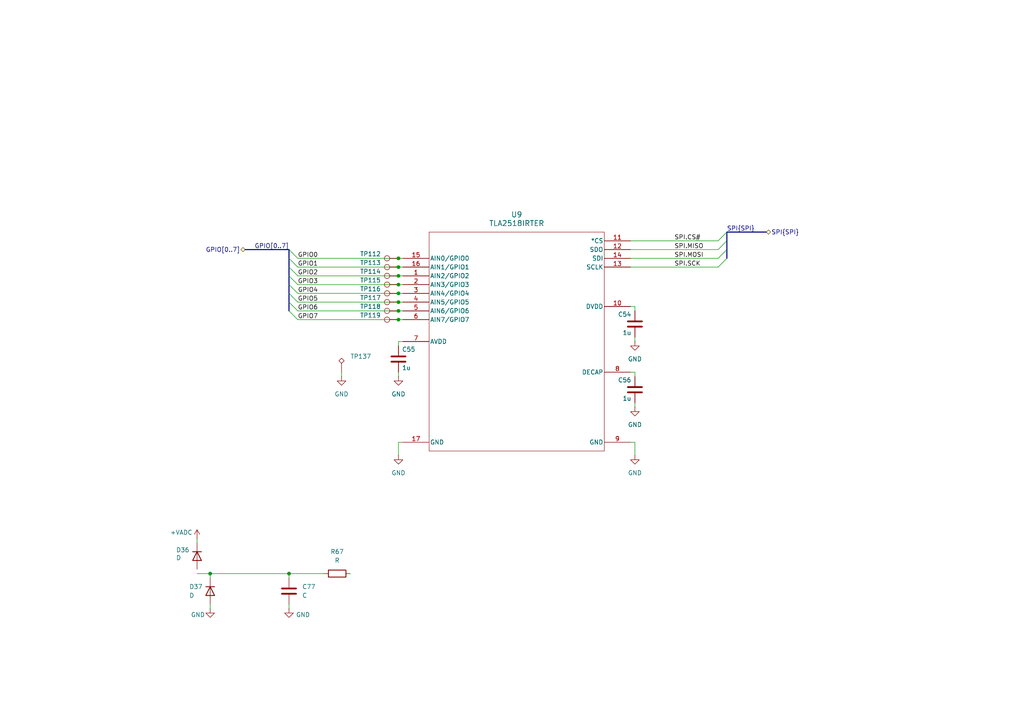
<source format=kicad_sch>
(kicad_sch (version 20250114) (generator "eeschema") (generator_version "9.0")
  (paper "A4")
  (lib_symbols
    (symbol "Connector:TestPoint" (pin_numbers (hide yes)) (pin_names (offset 0.762) (hide yes))
      (property "Reference" "TP" (at 0 6.858 0))
      (property "Value" "TestPoint" (at 0 5.08 0))
      (symbol "TestPoint_0_1"
        (circle (center 0 3.302) (radius 0.762))
      )
      (symbol "TestPoint_1_1"
        (pin passive line (at 0 0 90) (length 2.54) (name "1") (number "1"))
      )
    )
    (symbol "Connector:TestPoint_Alt" (pin_numbers (hide yes)) (pin_names (offset 0.762) (hide yes))
      (property "Reference" "TP" (at 0 6.858 0))
      (property "Value" "TestPoint_Alt" (at 0 5.08 0))
      (symbol "TestPoint_Alt_0_1"
        (polyline (pts (xy 0 2.54) (xy -0.762 3.302) (xy 0 4.064) (xy 0.762 3.302) (xy 0 2.54)))
      )
      (symbol "TestPoint_Alt_1_1"
        (pin passive line (at 0 0 90) (length 2.54) (name "1") (number "1"))
      )
    )
    (symbol "Device:C" (pin_numbers (hide yes)) (pin_names (offset 0.254))
      (property "Reference" "C" (at 0.635 2.54 0))
      (property "Value" "C" (at 0.635 -2.54 0))
      (symbol "C_0_1"
        (polyline (pts (xy -2.032 0.762) (xy 2.032 0.762)) (stroke (width 0.508)))
        (polyline (pts (xy -2.032 -0.762) (xy 2.032 -0.762)) (stroke (width 0.508)))
      )
      (symbol "C_1_1"
        (pin passive line (at 0 3.81 270) (length 2.794) (name "~") (number "1"))
        (pin passive line (at 0 -3.81 90) (length 2.794) (name "~") (number "2"))
      )
    )
    (symbol "Device:D" (pin_numbers (hide yes)) (pin_names (offset 1.016) (hide yes))
      (property "Reference" "D" (at 0 2.54 0))
      (property "Value" "D" (at 0 -2.54 0))
      (symbol "D_0_1"
        (polyline (pts (xy -1.27 1.27) (xy -1.27 -1.27)) (stroke (width 0.254)))
        (polyline (pts (xy 1.27 1.27) (xy 1.27 -1.27) (xy -1.27 0) (xy 1.27 1.27)) (stroke (width 0.254)))
        (polyline (pts (xy 1.27 0) (xy -1.27 0)))
      )
      (symbol "D_1_1"
        (pin passive line (at -3.81 0 0) (length 2.54) (name "K") (number "1"))
        (pin passive line (at 3.81 0 180) (length 2.54) (name "A") (number "2"))
      )
    )
    (symbol "Device:R" (pin_numbers (hide yes)) (pin_names (offset 0))
      (property "Reference" "R" (at 2.032 0 90))
      (property "Value" "R" (at 0 0 90))
      (symbol "R_0_1"
        (rectangle (start -1.016 -2.54) (end 1.016 2.54) (stroke (width 0.254)))
      )
      (symbol "R_1_1"
        (pin passive line (at 0 3.81 270) (length 1.27) (name "~") (number "1"))
        (pin passive line (at 0 -3.81 90) (length 1.27) (name "~") (number "2"))
      )
    )
    (symbol "TLA2518IRTER:TLA2518IRTER" (pin_names (offset 0.254))
      (property "Reference" "U" (at 33.02 10.16 0))
      (property "Value" "TLA2518IRTER" (at 33.02 7.62 0))
      (symbol "TLA2518IRTER_0_1"
        (polyline (pts (xy 7.62 5.08) (xy 7.62 -58.42)) (stroke (width 0.127)))
        (polyline (pts (xy 7.62 -58.42) (xy 58.42 -58.42)) (stroke (width 0.127)))
        (polyline (pts (xy 58.42 5.08) (xy 7.62 5.08)) (stroke (width 0.127)))
        (polyline (pts (xy 58.42 -58.42) (xy 58.42 5.08)) (stroke (width 0.127)))
        (pin bidirectional line (at 0 -2.54 0) (length 7.62) (name "AIN0/GPIO0") (number "15"))
        (pin bidirectional line (at 0 -5.08 0) (length 7.62) (name "AIN1/GPIO1") (number "16"))
        (pin bidirectional line (at 0 -7.62 0) (length 7.62) (name "AIN2/GPIO2") (number "1"))
        (pin bidirectional line (at 0 -10.16 0) (length 7.62) (name "AIN3/GPIO3") (number "2"))
        (pin bidirectional line (at 0 -12.7 0) (length 7.62) (name "AIN4/GPIO4") (number "3"))
        (pin bidirectional line (at 0 -15.24 0) (length 7.62) (name "AIN5/GPIO5") (number "4"))
        (pin bidirectional line (at 0 -17.78 0) (length 7.62) (name "AIN6/GPIO6") (number "5"))
        (pin bidirectional line (at 0 -20.32 0) (length 7.62) (name "AIN7/GPIO7") (number "6"))
        (pin power_in line (at 0 -26.67 0) (length 7.62) (name "AVDD") (number "7"))
        (pin power_out line (at 0 -55.88 0) (length 7.62) (name "GND") (number "17"))
        (pin input line (at 66.04 2.54 180) (length 7.62) (name "*CS") (number "11"))
        (pin output line (at 66.04 0 180) (length 7.62) (name "SDO") (number "12"))
        (pin input line (at 66.04 -2.54 180) (length 7.62) (name "SDI") (number "14"))
        (pin input line (at 66.04 -5.08 180) (length 7.62) (name "SCLK") (number "13"))
        (pin power_in line (at 66.04 -16.51 180) (length 7.62) (name "DVDD") (number "10"))
        (pin unspecified line (at 66.04 -35.56 180) (length 7.62) (name "DECAP") (number "8"))
        (pin power_out line (at 66.04 -55.88 180) (length 7.62) (name "GND") (number "9"))
      )
    )
    (symbol "power:+3.3V" (power) (pin_numbers (hide yes)) (pin_names (offset 0) (hide yes))
      (property "Value" "+3.3V" (at 0 3.556 0))
      (symbol "+3.3V_0_1"
        (polyline (pts (xy -0.762 1.27) (xy 0 2.54)))
        (polyline (pts (xy 0 2.54) (xy 0.762 1.27)))
        (polyline (pts (xy 0 0) (xy 0 2.54)))
      )
      (symbol "+3.3V_1_1"
        (pin power_in line (at 0 0 90) (length 0) (name "~") (number "1"))
      )
    )
    (symbol "power:GND" (power) (pin_numbers (hide yes)) (pin_names (offset 0) (hide yes))
      (property "Value" "GND" (at 0 -3.81 0))
      (symbol "GND_0_1"
        (polyline (pts (xy 0 0) (xy 0 -1.27) (xy 1.27 -1.27) (xy 0 -2.54) (xy -1.27 -1.27) (xy 0 -1.27)))
      )
      (symbol "GND_1_1"
        (pin power_in line (at 0 0 270) (length 0) (name "~") (number "1"))
      )
    )
  )
  (junction (at 115.57 92.71))
  (junction (at 115.57 77.47))
  (junction (at 115.57 74.93))
  (junction (at 83.82 166.37))
  (junction (at 115.57 90.17))
  (junction (at 115.57 85.09))
  (junction (at 115.57 82.55))
  (junction (at 115.57 80.01))
  (junction (at 115.57 87.63))
  (junction (at 60.96 166.37))
  (bus_entry (at 83.82 77.47) (size 2.54 2.54))
  (bus_entry (at 83.82 82.55) (size 2.54 2.54))
  (bus_entry (at 210.82 72.39) (size -2.54 2.54))
  (bus_entry (at 83.82 80.01) (size 2.54 2.54))
  (bus_entry (at 210.82 69.85) (size -2.54 2.54))
  (bus_entry (at 210.82 67.31) (size -2.54 2.54))
  (bus_entry (at 83.82 87.63) (size 2.54 2.54))
  (bus_entry (at 83.82 72.39) (size 2.54 2.54))
  (bus_entry (at 83.82 74.93) (size 2.54 2.54))
  (bus_entry (at 83.82 85.09) (size 2.54 2.54))
  (bus_entry (at 210.82 74.93) (size -2.54 2.54))
  (bus_entry (at 83.82 90.17) (size 2.54 2.54))
  (bus (pts (xy 83.82 85.09) (xy 83.82 82.55)))
  (bus (pts (xy 210.82 69.85) (xy 210.82 67.31)))
  (wire (pts (xy 115.57 107.95) (xy 115.57 109.22)))
  (bus (pts (xy 83.82 80.01) (xy 83.82 77.47)))
  (wire (pts (xy 86.36 82.55) (xy 115.57 82.55)))
  (wire (pts (xy 115.57 74.93) (xy 116.84 74.93)))
  (bus (pts (xy 83.82 77.47) (xy 83.82 74.93)))
  (wire (pts (xy 115.57 90.17) (xy 116.84 90.17)))
  (wire (pts (xy 184.15 109.22) (xy 184.15 107.95)))
  (wire (pts (xy 182.88 77.47) (xy 208.28 77.47)))
  (wire (pts (xy 115.57 87.63) (xy 116.84 87.63)))
  (wire (pts (xy 60.96 166.37) (xy 60.96 167.64)))
  (wire (pts (xy 83.82 166.37) (xy 93.98 166.37)))
  (wire (pts (xy 115.57 82.55) (xy 116.84 82.55)))
  (wire (pts (xy 115.57 77.47) (xy 116.84 77.47)))
  (wire (pts (xy 60.96 175.26) (xy 60.96 176.53)))
  (wire (pts (xy 86.36 90.17) (xy 115.57 90.17)))
  (wire (pts (xy 86.36 74.93) (xy 115.57 74.93)))
  (wire (pts (xy 115.57 132.08) (xy 115.57 128.27)))
  (wire (pts (xy 86.36 92.71) (xy 115.57 92.71)))
  (wire (pts (xy 99.06 107.95) (xy 99.06 109.22)))
  (bus (pts (xy 210.82 67.31) (xy 222.25 67.31)))
  (wire (pts (xy 184.15 97.79) (xy 184.15 99.06)))
  (wire (pts (xy 57.15 156.21) (xy 57.15 157.48)))
  (wire (pts (xy 60.96 166.37) (xy 83.82 166.37)))
  (wire (pts (xy 115.57 85.09) (xy 116.84 85.09)))
  (bus (pts (xy 83.82 82.55) (xy 83.82 80.01)))
  (wire (pts (xy 184.15 88.9) (xy 182.88 88.9)))
  (wire (pts (xy 115.57 128.27) (xy 116.84 128.27)))
  (wire (pts (xy 184.15 116.84) (xy 184.15 118.11)))
  (wire (pts (xy 115.57 100.33) (xy 115.57 99.06)))
  (wire (pts (xy 86.36 77.47) (xy 115.57 77.47)))
  (wire (pts (xy 184.15 90.17) (xy 184.15 88.9)))
  (wire (pts (xy 182.88 72.39) (xy 208.28 72.39)))
  (bus (pts (xy 83.82 87.63) (xy 83.82 85.09)))
  (wire (pts (xy 184.15 132.08) (xy 184.15 128.27)))
  (wire (pts (xy 86.36 87.63) (xy 115.57 87.63)))
  (bus (pts (xy 210.82 72.39) (xy 210.82 69.85)))
  (wire (pts (xy 115.57 80.01) (xy 116.84 80.01)))
  (wire (pts (xy 86.36 85.09) (xy 115.57 85.09)))
  (bus (pts (xy 210.82 74.93) (xy 210.82 72.39)))
  (wire (pts (xy 57.15 166.37) (xy 60.96 166.37)))
  (wire (pts (xy 184.15 107.95) (xy 182.88 107.95)))
  (wire (pts (xy 182.88 74.93) (xy 208.28 74.93)))
  (wire (pts (xy 83.82 175.26) (xy 83.82 176.53)))
  (wire (pts (xy 115.57 99.06) (xy 116.84 99.06)))
  (wire (pts (xy 83.82 166.37) (xy 83.82 167.64)))
  (wire (pts (xy 86.36 80.01) (xy 115.57 80.01)))
  (wire (pts (xy 182.88 69.85) (xy 208.28 69.85)))
  (wire (pts (xy 184.15 128.27) (xy 182.88 128.27)))
  (bus (pts (xy 83.82 74.93) (xy 83.82 72.39)))
  (bus (pts (xy 71.12 72.39) (xy 83.82 72.39)))
  (bus (pts (xy 83.82 90.17) (xy 83.82 87.63)))
  (wire (pts (xy 115.57 92.71) (xy 116.84 92.71)))
  (label "GPIO2" (at 86.36 80.01 0))
  (label "SPI.CS#" (at 195.58 69.85 0))
  (label "GPIO6" (at 86.36 90.17 0))
  (label "SPI.SCK" (at 195.58 77.47 0))
  (label "GPIO[0..7]" (at 83.82 72.39 180))
  (label "GPIO1" (at 86.36 77.47 0))
  (label "SPI{SPI}" (at 210.82 67.31 0))
  (label "GPIO0" (at 86.36 74.93 0))
  (label "GPIO7" (at 86.36 92.71 0))
  (label "SPI.MOSI" (at 195.58 74.93 0))
  (label "GPIO3" (at 86.36 82.55 0))
  (label "GPIO4" (at 86.3805 85.09 0))
  (label "GPIO5" (at 86.36 87.63 0))
  (label "SPI.MISO" (at 195.58 72.39 0))
  (hierarchical_label "GPIO[0..7]" (shape bidirectional) (at 71.12 72.39 180))
  (hierarchical_label "SPI{SPI}" (shape bidirectional) (at 222.25 67.31 0))
  (symbol (lib_id "power:GND") (at 184.15 99.06 0) (mirror y) (unit 1)
    (property "Reference" "#PWR0106" (effects (hide yes)))
    (property "Value" "GND" (at 184.15 104.14 0))
    (property "Description" "Power symbol creates a global label with name \"GND\" , ground" (effects (hide yes)))
    (instances (project "netdaq" (path "" (reference "#PWR0111") (unit 1)) (path "" (reference "#PWR0116") (unit 1)) (path "" (reference "#PWR0106") (unit 1)) (path "" (reference "#PWR0121") (unit 1))))
  )
  (symbol (lib_id "power:GND") (at 60.96 176.53 0) (unit 1)
    (property "Reference" "#PWR0166" (effects (hide yes)))
    (property "Value" "GND" (at 57.404 178.308 0))
    (property "Description" "Power symbol creates a global label with name \"GND\" , ground" (effects (hide yes)))
  )
  (symbol (lib_id "Connector:TestPoint") (at 115.57 74.93 90) (mirror x) (unit 1)
    (property "Reference" "TP104" (at 110.49 73.6599 90) (effects (justify left)))
    (property "Value" "TestPoint" (effects (hide yes)))
    (property "Description" "test point" (effects (hide yes)))
    (instances (project "netdaq" (path "" (reference "TP112") (unit 1)) (path "" (reference "TP120") (unit 1)) (path "" (reference "TP104") (unit 1)) (path "" (reference "TP128") (unit 1))))
  )
  (symbol (lib_id "power:GND") (at 184.15 118.11 0) (mirror y) (unit 1)
    (property "Reference" "#PWR0108" (effects (hide yes)))
    (property "Value" "GND" (at 184.15 123.19 0))
    (property "Description" "Power symbol creates a global label with name \"GND\" , ground" (effects (hide yes)))
    (instances (project "netdaq" (path "" (reference "#PWR0113") (unit 1)) (path "" (reference "#PWR0118") (unit 1)) (path "" (reference "#PWR0108") (unit 1)) (path "" (reference "#PWR0123") (unit 1))))
  )
  (symbol (lib_id "Device:C") (at 83.82 171.45 0) (unit 1)
    (property "Reference" "C77" (at 87.63 170.1799 0) (effects (justify left)))
    (property "Value" "C" (at 87.63 172.7199 0) (effects (justify left)))
    (property "Description" "Unpolarized capacitor" (effects (hide yes)))
  )
  (symbol (lib_id "power:GND") (at 115.57 132.08 0) (unit 1)
    (property "Reference" "#PWR0109" (effects (hide yes)))
    (property "Value" "GND" (at 115.57 137.16 0))
    (property "Description" "Power symbol creates a global label with name \"GND\" , ground" (effects (hide yes)))
    (instances (project "netdaq" (path "" (reference "#PWR0114") (unit 1)) (path "" (reference "#PWR0119") (unit 1)) (path "" (reference "#PWR0109") (unit 1)) (path "" (reference "#PWR0124") (unit 1))))
  )
  (symbol (lib_id "Device:C") (at 184.15 113.03 0) (mirror y) (unit 1)
    (property "Reference" "C53" (at 183.134 110.236 0) (effects (justify left)))
    (property "Value" "1u" (at 183.134 115.57 0) (effects (justify left)))
    (property "Footprint" "Capacitor_SMD:C_0603_1608Metric" (effects (hide yes)))
    (property "Description" "Unpolarized capacitor" (effects (hide yes)))
    (instances (project "netdaq" (path "" (reference "C56") (unit 1)) (path "" (reference "C59") (unit 1)) (path "" (reference "C53") (unit 1)) (path "" (reference "C62") (unit 1))))
  )
  (symbol (lib_id "Device:R") (at 97.79 166.37 90) (unit 1)
    (property "Reference" "R67" (at 97.79 160.02 90))
    (property "Value" "R" (at 97.79 162.56 90))
    (property "Description" "Resistor" (effects (hide yes)))
  )
  (symbol (lib_id "Connector:TestPoint_Alt") (at 99.06 107.95 0) (unit 1)
    (property "Reference" "TP136" (at 101.6 103.3779 0) (effects (justify left)))
    (property "Value" "TestPoint_Alt" (effects (hide yes)))
    (property "Description" "test point (alternative shape)" (effects (hide yes)))
    (instances (project "netdaq" (path "" (reference "TP137") (unit 1)) (path "" (reference "TP138") (unit 1)) (path "" (reference "TP136") (unit 1)) (path "" (reference "TP139") (unit 1))))
  )
  (symbol (lib_id "Connector:TestPoint") (at 115.57 82.55 90) (mirror x) (unit 1)
    (property "Reference" "TP107" (at 110.49 81.2799 90) (effects (justify left)))
    (property "Value" "TestPoint" (effects (hide yes)))
    (property "Description" "test point" (effects (hide yes)))
    (instances (project "netdaq" (path "" (reference "TP115") (unit 1)) (path "" (reference "TP123") (unit 1)) (path "" (reference "TP107") (unit 1)) (path "" (reference "TP131") (unit 1))))
  )
  (symbol (lib_id "power:GND") (at 83.82 176.53 0) (unit 1)
    (property "Reference" "#PWR0167" (effects (hide yes)))
    (property "Value" "GND" (at 87.884 178.308 0))
    (property "Description" "Power symbol creates a global label with name \"GND\" , ground" (effects (hide yes)))
  )
  (symbol (lib_id "power:GND") (at 99.06 109.22 0) (unit 1)
    (property "Reference" "#PWR0126" (effects (hide yes)))
    (property "Value" "GND" (at 99.06 114.3 0))
    (property "Description" "Power symbol creates a global label with name \"GND\" , ground" (effects (hide yes)))
    (instances (project "netdaq" (path "" (reference "#PWR0127") (unit 1)) (path "" (reference "#PWR0128") (unit 1)) (path "" (reference "#PWR0126") (unit 1)) (path "" (reference "#PWR0129") (unit 1))))
  )
  (symbol (lib_id "TLA2518IRTER:TLA2518IRTER") (at 116.84 72.39 0) (unit 1)
    (property "Reference" "U8" (at 149.86 62.23 0) (effects (font (size 1.524 1.524))))
    (property "Value" "TLA2518IRTER" (at 149.86 64.77 0) (effects (font (size 1.524 1.524))))
    (property "Footprint" "WQFN16_RTE_TEX" (effects (hide yes)))
    (property "Datasheet" "https://www.ti.com/lit/gpn/tla2518" (effects (hide yes)))
    (instances (project "netdaq" (path "" (reference "U9") (unit 1)) (path "" (reference "U10") (unit 1)) (path "" (reference "U8") (unit 1)) (path "" (reference "U11") (unit 1))))
  )
  (symbol (lib_id "Device:C") (at 184.15 93.98 0) (mirror y) (unit 1)
    (property "Reference" "C51" (at 183.134 91.186 0) (effects (justify left)))
    (property "Value" "1u" (at 183.134 96.52 0) (effects (justify left)))
    (property "Footprint" "Capacitor_SMD:C_0603_1608Metric" (effects (hide yes)))
    (property "Description" "Unpolarized capacitor" (effects (hide yes)))
    (instances (project "netdaq" (path "" (reference "C54") (unit 1)) (path "" (reference "C57") (unit 1)) (path "" (reference "C51") (unit 1)) (path "" (reference "C60") (unit 1))))
  )
  (symbol (lib_id "Connector:TestPoint") (at 115.57 87.63 90) (mirror x) (unit 1)
    (property "Reference" "TP109" (at 110.49 86.3599 90) (effects (justify left)))
    (property "Value" "TestPoint" (effects (hide yes)))
    (property "Description" "test point" (effects (hide yes)))
    (instances (project "netdaq" (path "" (reference "TP117") (unit 1)) (path "" (reference "TP125") (unit 1)) (path "" (reference "TP109") (unit 1)) (path "" (reference "TP133") (unit 1))))
  )
  (symbol (lib_id "Device:C") (at 115.57 104.14 0) (unit 1)
    (property "Reference" "C52" (at 116.586 101.346 0) (effects (justify left)))
    (property "Value" "1u" (at 116.586 106.68 0) (effects (justify left)))
    (property "Footprint" "Capacitor_SMD:C_0603_1608Metric" (effects (hide yes)))
    (property "Description" "Unpolarized capacitor" (effects (hide yes)))
    (instances (project "netdaq" (path "" (reference "C55") (unit 1)) (path "" (reference "C58") (unit 1)) (path "" (reference "C52") (unit 1)) (path "" (reference "C61") (unit 1))))
  )
  (symbol (lib_id "Connector:TestPoint") (at 115.57 77.47 90) (mirror x) (unit 1)
    (property "Reference" "TP105" (at 110.49 76.1999 90) (effects (justify left)))
    (property "Value" "TestPoint" (effects (hide yes)))
    (property "Description" "test point" (effects (hide yes)))
    (instances (project "netdaq" (path "" (reference "TP113") (unit 1)) (path "" (reference "TP121") (unit 1)) (path "" (reference "TP105") (unit 1)) (path "" (reference "TP129") (unit 1))))
  )
  (symbol (lib_id "Device:D") (at 57.15 161.29 270) (unit 1)
    (property "Reference" "D36" (at 51.054 159.512 90) (effects (justify left)))
    (property "Value" "D" (at 51.054 161.798 90) (effects (justify left)))
    (property "Description" "Diode" (effects (hide yes)))
    (property "Sim.Device" "D" (effects (hide yes)))
    (property "Sim.Pins" "1=K 2=A" (effects (hide yes)))
  )
  (symbol (lib_id "Connector:TestPoint") (at 115.57 80.01 90) (mirror x) (unit 1)
    (property "Reference" "TP106" (at 110.49 78.7399 90) (effects (justify left)))
    (property "Value" "TestPoint" (effects (hide yes)))
    (property "Description" "test point" (effects (hide yes)))
    (instances (project "netdaq" (path "" (reference "TP114") (unit 1)) (path "" (reference "TP122") (unit 1)) (path "" (reference "TP106") (unit 1)) (path "" (reference "TP130") (unit 1))))
  )
  (symbol (lib_id "Device:D") (at 60.96 171.45 270) (unit 1)
    (property "Reference" "D37" (at 54.864 170.18 90) (effects (justify left)))
    (property "Value" "D" (at 54.864 172.72 90) (effects (justify left)))
    (property "Description" "Diode" (effects (hide yes)))
    (property "Sim.Device" "D" (effects (hide yes)))
    (property "Sim.Pins" "1=K 2=A" (effects (hide yes)))
  )
  (symbol (lib_id "Connector:TestPoint") (at 115.57 92.71 90) (mirror x) (unit 1)
    (property "Reference" "TP111" (at 110.49 91.4399 90) (effects (justify left)))
    (property "Value" "TestPoint" (effects (hide yes)))
    (property "Description" "test point" (effects (hide yes)))
    (instances (project "netdaq" (path "" (reference "TP119") (unit 1)) (path "" (reference "TP127") (unit 1)) (path "" (reference "TP111") (unit 1)) (path "" (reference "TP135") (unit 1))))
  )
  (symbol (lib_id "power:+3.3V") (at 57.15 156.21 0) (unit 1)
    (property "Reference" "#PWR0161" (effects (hide yes)))
    (property "Value" "+VADC" (at 52.578 154.432 0))
    (property "Description" "Power symbol creates a global label with name \"+3.3V\"" (effects (hide yes)))
  )
  (symbol (lib_id "power:GND") (at 184.15 132.08 0) (mirror y) (unit 1)
    (property "Reference" "#PWR0110" (effects (hide yes)))
    (property "Value" "GND" (at 184.15 137.16 0))
    (property "Description" "Power symbol creates a global label with name \"GND\" , ground" (effects (hide yes)))
    (instances (project "netdaq" (path "" (reference "#PWR0115") (unit 1)) (path "" (reference "#PWR0120") (unit 1)) (path "" (reference "#PWR0110") (unit 1)) (path "" (reference "#PWR0125") (unit 1))))
  )
  (symbol (lib_id "Connector:TestPoint") (at 115.57 85.09 90) (mirror x) (unit 1)
    (property "Reference" "TP108" (at 110.49 83.8199 90) (effects (justify left)))
    (property "Value" "TestPoint" (effects (hide yes)))
    (property "Description" "test point" (effects (hide yes)))
    (instances (project "netdaq" (path "" (reference "TP116") (unit 1)) (path "" (reference "TP124") (unit 1)) (path "" (reference "TP108") (unit 1)) (path "" (reference "TP132") (unit 1))))
  )
  (symbol (lib_id "Connector:TestPoint") (at 115.57 90.17 90) (mirror x) (unit 1)
    (property "Reference" "TP110" (at 110.49 88.8999 90) (effects (justify left)))
    (property "Value" "TestPoint" (effects (hide yes)))
    (property "Description" "test point" (effects (hide yes)))
    (instances (project "netdaq" (path "" (reference "TP118") (unit 1)) (path "" (reference "TP126") (unit 1)) (path "" (reference "TP110") (unit 1)) (path "" (reference "TP134") (unit 1))))
  )
  (symbol (lib_id "power:GND") (at 115.57 109.22 0) (unit 1)
    (property "Reference" "#PWR0107" (effects (hide yes)))
    (property "Value" "GND" (at 115.57 114.3 0))
    (property "Description" "Power symbol creates a global label with name \"GND\" , ground" (effects (hide yes)))
    (instances (project "netdaq" (path "" (reference "#PWR0112") (unit 1)) (path "" (reference "#PWR0117") (unit 1)) (path "" (reference "#PWR0107") (unit 1)) (path "" (reference "#PWR0122") (unit 1))))
  )
)
</source>
